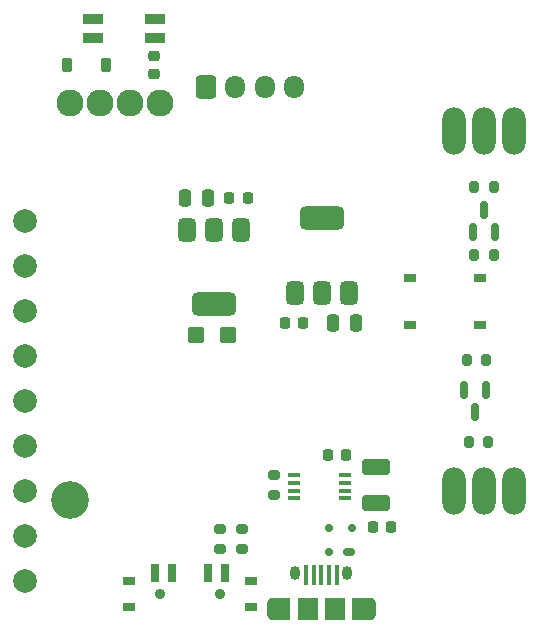
<source format=gbr>
%TF.GenerationSoftware,KiCad,Pcbnew,8.0.9-8.0.9-0~ubuntu24.04.1*%
%TF.CreationDate,2025-04-03T19:38:44-03:00*%
%TF.ProjectId,pm100,706d3130-302e-46b6-9963-61645f706362,rev?*%
%TF.SameCoordinates,Original*%
%TF.FileFunction,Soldermask,Bot*%
%TF.FilePolarity,Negative*%
%FSLAX46Y46*%
G04 Gerber Fmt 4.6, Leading zero omitted, Abs format (unit mm)*
G04 Created by KiCad (PCBNEW 8.0.9-8.0.9-0~ubuntu24.04.1) date 2025-04-03 19:38:44*
%MOMM*%
%LPD*%
G01*
G04 APERTURE LIST*
G04 Aperture macros list*
%AMRoundRect*
0 Rectangle with rounded corners*
0 $1 Rounding radius*
0 $2 $3 $4 $5 $6 $7 $8 $9 X,Y pos of 4 corners*
0 Add a 4 corners polygon primitive as box body*
4,1,4,$2,$3,$4,$5,$6,$7,$8,$9,$2,$3,0*
0 Add four circle primitives for the rounded corners*
1,1,$1+$1,$2,$3*
1,1,$1+$1,$4,$5*
1,1,$1+$1,$6,$7*
1,1,$1+$1,$8,$9*
0 Add four rect primitives between the rounded corners*
20,1,$1+$1,$2,$3,$4,$5,0*
20,1,$1+$1,$4,$5,$6,$7,0*
20,1,$1+$1,$6,$7,$8,$9,0*
20,1,$1+$1,$8,$9,$2,$3,0*%
G04 Aperture macros list end*
%ADD10C,2.286000*%
%ADD11C,3.200000*%
%ADD12RoundRect,0.225000X-0.250000X0.225000X-0.250000X-0.225000X0.250000X-0.225000X0.250000X0.225000X0*%
%ADD13C,2.000000*%
%ADD14RoundRect,0.225000X0.225000X0.250000X-0.225000X0.250000X-0.225000X-0.250000X0.225000X-0.250000X0*%
%ADD15RoundRect,0.200000X-0.200000X-0.275000X0.200000X-0.275000X0.200000X0.275000X-0.200000X0.275000X0*%
%ADD16RoundRect,0.150000X-0.150000X0.587500X-0.150000X-0.587500X0.150000X-0.587500X0.150000X0.587500X0*%
%ADD17O,2.000000X4.000000*%
%ADD18R,1.100000X0.400000*%
%ADD19R,1.000000X0.800000*%
%ADD20C,0.900000*%
%ADD21R,0.700000X1.500000*%
%ADD22RoundRect,0.200000X0.275000X-0.200000X0.275000X0.200000X-0.275000X0.200000X-0.275000X-0.200000X0*%
%ADD23RoundRect,0.200000X0.200000X0.275000X-0.200000X0.275000X-0.200000X-0.275000X0.200000X-0.275000X0*%
%ADD24RoundRect,0.225000X0.225000X0.375000X-0.225000X0.375000X-0.225000X-0.375000X0.225000X-0.375000X0*%
%ADD25RoundRect,0.225000X-0.225000X-0.250000X0.225000X-0.250000X0.225000X0.250000X-0.225000X0.250000X0*%
%ADD26RoundRect,0.250000X0.250000X0.475000X-0.250000X0.475000X-0.250000X-0.475000X0.250000X-0.475000X0*%
%ADD27RoundRect,0.200000X-0.275000X0.200000X-0.275000X-0.200000X0.275000X-0.200000X0.275000X0.200000X0*%
%ADD28RoundRect,0.250000X0.925000X-0.412500X0.925000X0.412500X-0.925000X0.412500X-0.925000X-0.412500X0*%
%ADD29R,1.000000X0.700000*%
%ADD30RoundRect,0.250000X-0.250000X-0.475000X0.250000X-0.475000X0.250000X0.475000X-0.250000X0.475000X0*%
%ADD31RoundRect,0.375000X0.375000X-0.625000X0.375000X0.625000X-0.375000X0.625000X-0.375000X-0.625000X0*%
%ADD32RoundRect,0.500000X1.400000X-0.500000X1.400000X0.500000X-1.400000X0.500000X-1.400000X-0.500000X0*%
%ADD33RoundRect,0.375000X-0.375000X0.625000X-0.375000X-0.625000X0.375000X-0.625000X0.375000X0.625000X0*%
%ADD34RoundRect,0.500000X-1.400000X0.500000X-1.400000X-0.500000X1.400000X-0.500000X1.400000X0.500000X0*%
%ADD35RoundRect,0.250000X-0.600000X-0.725000X0.600000X-0.725000X0.600000X0.725000X-0.600000X0.725000X0*%
%ADD36O,1.700000X1.950000*%
%ADD37R,1.800000X0.820000*%
%ADD38RoundRect,0.150000X0.150000X-0.587500X0.150000X0.587500X-0.150000X0.587500X-0.150000X-0.587500X0*%
%ADD39RoundRect,0.250000X-0.450000X-0.425000X0.450000X-0.425000X0.450000X0.425000X-0.450000X0.425000X0*%
%ADD40RoundRect,0.175000X0.325000X-0.175000X0.325000X0.175000X-0.325000X0.175000X-0.325000X-0.175000X0*%
%ADD41RoundRect,0.150000X0.150000X-0.200000X0.150000X0.200000X-0.150000X0.200000X-0.150000X-0.200000X0*%
%ADD42R,0.400000X1.750000*%
%ADD43O,0.800000X1.900000*%
%ADD44R,1.575000X1.900000*%
%ADD45O,0.900000X1.150000*%
%ADD46R,1.800000X1.900000*%
G04 APERTURE END LIST*
D10*
%TO.C,J11*%
X133350000Y-51000000D03*
X135890000Y-51000000D03*
X138430000Y-51000000D03*
X140970000Y-51000000D03*
%TD*%
D11*
%TO.C,H1*%
X133350000Y-84582000D03*
%TD*%
D12*
%TO.C,C7*%
X140462000Y-46977000D03*
X140462000Y-48527000D03*
%TD*%
D13*
%TO.C,J8*%
X129540000Y-91440000D03*
%TD*%
D14*
%TO.C,C3*%
X148389999Y-59049000D03*
X146839999Y-59049000D03*
%TD*%
D15*
%TO.C,R2*%
X167135000Y-79707500D03*
X168785000Y-79707500D03*
%TD*%
D13*
%TO.C,J17*%
X129540000Y-68580000D03*
%TD*%
D16*
%TO.C,Q5*%
X166690000Y-75262500D03*
X168590000Y-75262500D03*
X167640000Y-77137501D03*
%TD*%
D17*
%TO.C,J7*%
X170902000Y-53340000D03*
X168402000Y-53340000D03*
X165902000Y-53340000D03*
%TD*%
D18*
%TO.C,U7*%
X152350000Y-84475001D03*
X152350000Y-83825000D03*
X152350000Y-83175000D03*
X152350000Y-82524999D03*
X156650000Y-82524999D03*
X156650000Y-83175000D03*
X156650000Y-83825000D03*
X156650000Y-84475001D03*
%TD*%
D19*
%TO.C,SW1*%
X148660000Y-93665000D03*
X148660000Y-91455000D03*
D20*
X146010000Y-92565000D03*
X141010000Y-92565000D03*
D19*
X138360000Y-93665000D03*
X138360000Y-91455000D03*
D21*
X146510000Y-90805000D03*
X145010000Y-90805000D03*
X142010000Y-90805000D03*
X140510000Y-90805000D03*
%TD*%
D17*
%TO.C,J6*%
X170902000Y-83820000D03*
X168402000Y-83820000D03*
X165902000Y-83820000D03*
%TD*%
D22*
%TO.C,R7*%
X147955001Y-88709000D03*
X147955001Y-87059000D03*
%TD*%
D13*
%TO.C,J9*%
X129540000Y-87630000D03*
%TD*%
%TO.C,J15*%
X129540000Y-60960000D03*
%TD*%
%TO.C,J14*%
X129540000Y-72390000D03*
%TD*%
D23*
%TO.C,R4*%
X169227000Y-58117500D03*
X167577000Y-58117500D03*
%TD*%
D24*
%TO.C,D3*%
X136398000Y-47752000D03*
X133098000Y-47752000D03*
%TD*%
D25*
%TO.C,C10*%
X155181000Y-80772000D03*
X156731000Y-80772000D03*
%TD*%
D26*
%TO.C,C8*%
X145009000Y-59049000D03*
X143109002Y-59049000D03*
%TD*%
D13*
%TO.C,J13*%
X129540000Y-80010000D03*
%TD*%
D27*
%TO.C,R26*%
X150622000Y-82487000D03*
X150622000Y-84137000D03*
%TD*%
D14*
%TO.C,C9*%
X160541000Y-86868000D03*
X158991000Y-86868000D03*
%TD*%
%TO.C,C4*%
X153075000Y-69621000D03*
X151525000Y-69621000D03*
%TD*%
D28*
%TO.C,C11*%
X159258000Y-84849500D03*
X159258000Y-81774500D03*
%TD*%
D29*
%TO.C,D1*%
X162125000Y-69818000D03*
X162125000Y-65818000D03*
X168075000Y-65818000D03*
X168075000Y-69818000D03*
%TD*%
D30*
%TO.C,C5*%
X155655001Y-69621000D03*
X157554999Y-69621000D03*
%TD*%
D13*
%TO.C,J12*%
X129511000Y-76200000D03*
%TD*%
D31*
%TO.C,U3*%
X157000000Y-67056000D03*
X154700000Y-67055999D03*
D32*
X154700000Y-60756001D03*
D31*
X152400000Y-67056000D03*
%TD*%
D15*
%TO.C,R5*%
X167577000Y-63832500D03*
X169227000Y-63832500D03*
%TD*%
D33*
%TO.C,U5*%
X143242000Y-61721999D03*
X145542000Y-61722000D03*
D34*
X145542000Y-68021998D03*
D33*
X147842000Y-61721999D03*
%TD*%
D13*
%TO.C,J10*%
X129540000Y-83820000D03*
%TD*%
%TO.C,J16*%
X129540000Y-64770000D03*
%TD*%
D35*
%TO.C,J5*%
X144850000Y-49650000D03*
D36*
X147350000Y-49650000D03*
X149850000Y-49650000D03*
X152350000Y-49650000D03*
%TD*%
D37*
%TO.C,D2*%
X140522000Y-45504000D03*
X140522000Y-43904000D03*
X135322000Y-43904000D03*
X135322000Y-45504000D03*
%TD*%
D38*
%TO.C,Q6*%
X169352000Y-61897500D03*
X167452000Y-61897500D03*
X168402000Y-60022499D03*
%TD*%
D39*
%TO.C,C16*%
X144018000Y-70612000D03*
X146718000Y-70612000D03*
%TD*%
D23*
%TO.C,R3*%
X168595000Y-72722500D03*
X166945000Y-72722500D03*
%TD*%
D27*
%TO.C,R6*%
X146050000Y-87059000D03*
X146050000Y-88709000D03*
%TD*%
D40*
%TO.C,D4*%
X157000000Y-89000000D03*
D41*
X155300000Y-89000000D03*
X155300000Y-87000000D03*
X157200000Y-87000000D03*
%TD*%
D42*
%TO.C,J3*%
X155920000Y-90925000D03*
X155270000Y-90925000D03*
X154620000Y-90925000D03*
X153970000Y-90925000D03*
X153320000Y-90925000D03*
D43*
X158795000Y-93800000D03*
D44*
X158007500Y-93800000D03*
D45*
X156845000Y-90800000D03*
D46*
X155770000Y-93800000D03*
X153470000Y-93800000D03*
D45*
X152395000Y-90800000D03*
D44*
X151232500Y-93800000D03*
D43*
X150445000Y-93800000D03*
%TD*%
M02*

</source>
